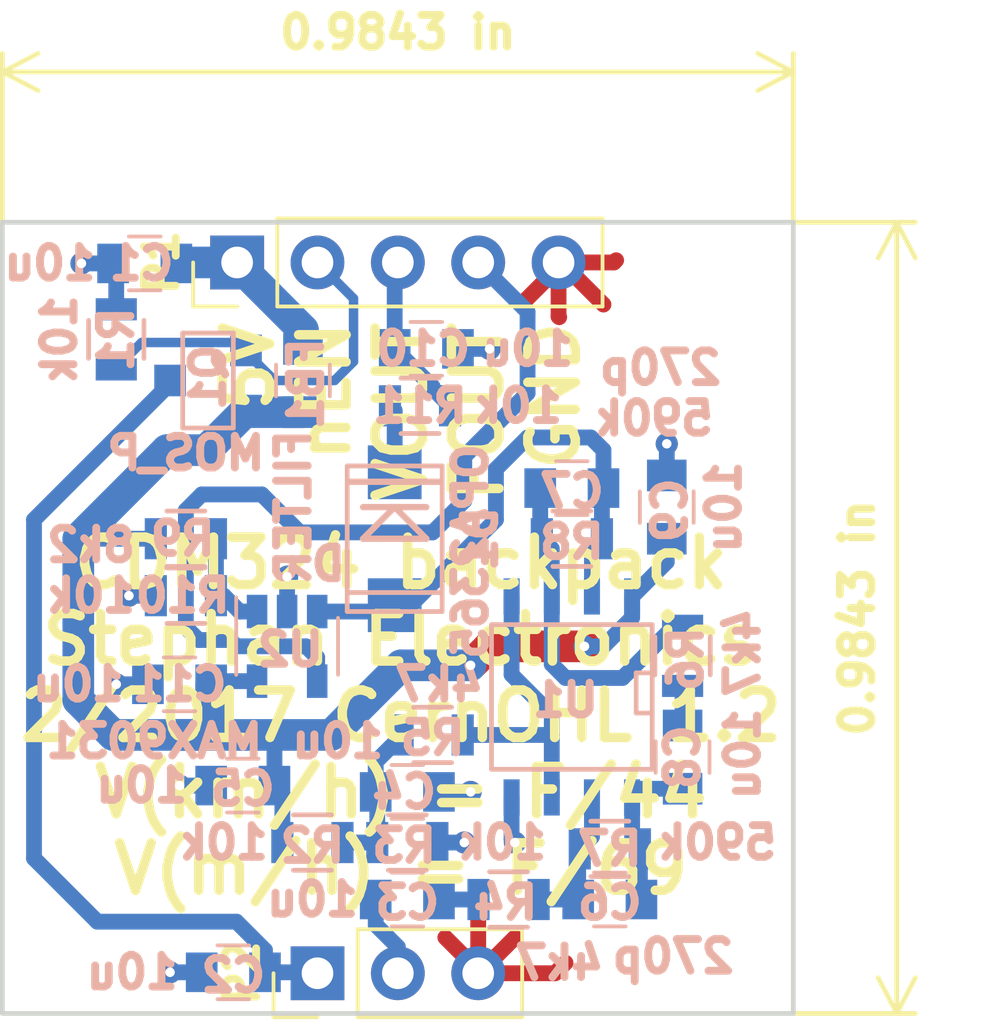
<source format=kicad_pcb>
(kicad_pcb (version 20171130) (host pcbnew "(5.1.5)-3")

  (general
    (thickness 1.6)
    (drawings 17)
    (tracks 178)
    (zones 0)
    (modules 29)
    (nets 19)
  )

  (page A4)
  (layers
    (0 F.Cu signal)
    (31 B.Cu signal)
    (32 B.Adhes user)
    (33 F.Adhes user)
    (34 B.Paste user)
    (35 F.Paste user)
    (36 B.SilkS user)
    (37 F.SilkS user)
    (38 B.Mask user)
    (39 F.Mask user)
    (40 Dwgs.User user)
    (41 Cmts.User user)
    (42 Eco1.User user hide)
    (43 Eco2.User user hide)
    (44 Edge.Cuts user)
    (45 Margin user)
    (46 B.CrtYd user hide)
    (47 F.CrtYd user hide)
    (48 B.Fab user hide)
    (49 F.Fab user hide)
  )

  (setup
    (last_trace_width 0.2)
    (user_trace_width 0.3)
    (user_trace_width 0.5)
    (user_trace_width 0.7)
    (user_trace_width 1)
    (trace_clearance 0.2)
    (zone_clearance 0.25)
    (zone_45_only no)
    (trace_min 0.2)
    (via_size 0.7)
    (via_drill 0.3)
    (via_min_size 0.7)
    (via_min_drill 0.3)
    (uvia_size 0.3)
    (uvia_drill 0.1)
    (uvias_allowed no)
    (uvia_min_size 0.2)
    (uvia_min_drill 0.1)
    (edge_width 0.15)
    (segment_width 0.2)
    (pcb_text_width 0.3)
    (pcb_text_size 1.5 1.5)
    (mod_edge_width 0.15)
    (mod_text_size 1 1)
    (mod_text_width 0.25)
    (pad_size 1.524 1.524)
    (pad_drill 0.762)
    (pad_to_mask_clearance 0.1)
    (solder_mask_min_width 0.2)
    (aux_axis_origin 0 0)
    (visible_elements 7FFDFFFF)
    (pcbplotparams
      (layerselection 0x010f0_80000001)
      (usegerberextensions true)
      (usegerberattributes false)
      (usegerberadvancedattributes false)
      (creategerberjobfile false)
      (excludeedgelayer true)
      (linewidth 0.100000)
      (plotframeref false)
      (viasonmask false)
      (mode 1)
      (useauxorigin false)
      (hpglpennumber 1)
      (hpglpenspeed 20)
      (hpglpendiameter 15.000000)
      (psnegative false)
      (psa4output false)
      (plotreference false)
      (plotvalue true)
      (plotinvisibletext false)
      (padsonsilk false)
      (subtractmaskfromsilk false)
      (outputformat 1)
      (mirror false)
      (drillshape 0)
      (scaleselection 1)
      (outputdirectory "gerbers"))
  )

  (net 0 "")
  (net 1 +5V)
  (net 2 GND)
  (net 3 "Net-(C3-Pad1)")
  (net 4 "Net-(C3-Pad2)")
  (net 5 "Net-(C4-Pad1)")
  (net 6 "Net-(C6-Pad1)")
  (net 7 "Net-(C6-Pad2)")
  (net 8 "Net-(C7-Pad1)")
  (net 9 "Net-(C7-Pad2)")
  (net 10 "Net-(C8-Pad1)")
  (net 11 "Net-(D1-Pad1)")
  (net 12 "Net-(R5-Pad2)")
  (net 13 "Net-(R10-Pad1)")
  (net 14 "Net-(C11-Pad1)")
  (net 15 "Net-(C2-Pad1)")
  (net 16 /VOUT)
  (net 17 /nEN)
  (net 18 /FOUT)

  (net_class Default "This is the default net class."
    (clearance 0.2)
    (trace_width 0.2)
    (via_dia 0.7)
    (via_drill 0.3)
    (uvia_dia 0.3)
    (uvia_drill 0.1)
    (add_net +5V)
    (add_net /FOUT)
    (add_net /VOUT)
    (add_net /nEN)
    (add_net GND)
    (add_net "Net-(C11-Pad1)")
    (add_net "Net-(C2-Pad1)")
    (add_net "Net-(C3-Pad1)")
    (add_net "Net-(C3-Pad2)")
    (add_net "Net-(C4-Pad1)")
    (add_net "Net-(C6-Pad1)")
    (add_net "Net-(C6-Pad2)")
    (add_net "Net-(C7-Pad1)")
    (add_net "Net-(C7-Pad2)")
    (add_net "Net-(C8-Pad1)")
    (add_net "Net-(D1-Pad1)")
    (add_net "Net-(R10-Pad1)")
    (add_net "Net-(R5-Pad2)")
  )

  (module Capacitors_SMD:C_0805 (layer B.Cu) (tedit 58C2FD65) (tstamp 58A9ECEB)
    (at 104.5 101.3 180)
    (descr "Capacitor SMD 0805, reflow soldering, AVX (see smccp.pdf)")
    (tags "capacitor 0805")
    (path /58A973CC)
    (attr smd)
    (fp_text reference C1 (at 0.1 0 180) (layer B.SilkS)
      (effects (font (size 1 1) (thickness 0.25)) (justify mirror))
    )
    (fp_text value 10u (at 3 0 180) (layer B.SilkS)
      (effects (font (size 1 1) (thickness 0.25)) (justify mirror))
    )
    (fp_line (start -1 -0.625) (end -1 0.625) (layer B.Fab) (width 0.1))
    (fp_line (start 1 -0.625) (end -1 -0.625) (layer B.Fab) (width 0.1))
    (fp_line (start 1 0.625) (end 1 -0.625) (layer B.Fab) (width 0.1))
    (fp_line (start -1 0.625) (end 1 0.625) (layer B.Fab) (width 0.1))
    (fp_line (start -1.8 1) (end 1.8 1) (layer B.CrtYd) (width 0.05))
    (fp_line (start -1.8 -1) (end 1.8 -1) (layer B.CrtYd) (width 0.05))
    (fp_line (start -1.8 1) (end -1.8 -1) (layer B.CrtYd) (width 0.05))
    (fp_line (start 1.8 1) (end 1.8 -1) (layer B.CrtYd) (width 0.05))
    (fp_line (start 0.5 0.85) (end -0.5 0.85) (layer B.SilkS) (width 0.12))
    (fp_line (start -0.5 -0.85) (end 0.5 -0.85) (layer B.SilkS) (width 0.12))
    (pad 1 smd rect (at -1 0 180) (size 1 1.25) (layers B.Cu B.Paste B.Mask)
      (net 1 +5V))
    (pad 2 smd rect (at 1 0 180) (size 1 1.25) (layers B.Cu B.Paste B.Mask)
      (net 2 GND))
    (model Capacitors_SMD.3dshapes/C_0805.wrl
      (at (xyz 0 0 0))
      (scale (xyz 1 1 1))
      (rotate (xyz 0 0 0))
    )
  )

  (module Capacitors_SMD:C_0805 (layer B.Cu) (tedit 58C1BCA1) (tstamp 58A9ECF1)
    (at 107.3 123.7 180)
    (descr "Capacitor SMD 0805, reflow soldering, AVX (see smccp.pdf)")
    (tags "capacitor 0805")
    (path /58A977FA)
    (attr smd)
    (fp_text reference C2 (at 0 -0.1 180) (layer B.SilkS)
      (effects (font (size 1 1) (thickness 0.25)) (justify mirror))
    )
    (fp_text value 10u (at 3.2 0 180) (layer B.SilkS)
      (effects (font (size 1 1) (thickness 0.25)) (justify mirror))
    )
    (fp_line (start -1 -0.625) (end -1 0.625) (layer B.Fab) (width 0.1))
    (fp_line (start 1 -0.625) (end -1 -0.625) (layer B.Fab) (width 0.1))
    (fp_line (start 1 0.625) (end 1 -0.625) (layer B.Fab) (width 0.1))
    (fp_line (start -1 0.625) (end 1 0.625) (layer B.Fab) (width 0.1))
    (fp_line (start -1.8 1) (end 1.8 1) (layer B.CrtYd) (width 0.05))
    (fp_line (start -1.8 -1) (end 1.8 -1) (layer B.CrtYd) (width 0.05))
    (fp_line (start -1.8 1) (end -1.8 -1) (layer B.CrtYd) (width 0.05))
    (fp_line (start 1.8 1) (end 1.8 -1) (layer B.CrtYd) (width 0.05))
    (fp_line (start 0.5 0.85) (end -0.5 0.85) (layer B.SilkS) (width 0.12))
    (fp_line (start -0.5 -0.85) (end 0.5 -0.85) (layer B.SilkS) (width 0.12))
    (pad 1 smd rect (at -1 0 180) (size 1 1.25) (layers B.Cu B.Paste B.Mask)
      (net 15 "Net-(C2-Pad1)"))
    (pad 2 smd rect (at 1 0 180) (size 1 1.25) (layers B.Cu B.Paste B.Mask)
      (net 2 GND))
    (model Capacitors_SMD.3dshapes/C_0805.wrl
      (at (xyz 0 0 0))
      (scale (xyz 1 1 1))
      (rotate (xyz 0 0 0))
    )
  )

  (module Capacitors_SMD:C_0805 (layer B.Cu) (tedit 58C1BC9B) (tstamp 58A9ECF7)
    (at 112.8 121.4)
    (descr "Capacitor SMD 0805, reflow soldering, AVX (see smccp.pdf)")
    (tags "capacitor 0805")
    (path /58A969C4)
    (attr smd)
    (fp_text reference C3 (at 0 0.1) (layer B.SilkS)
      (effects (font (size 1 1) (thickness 0.25)) (justify mirror))
    )
    (fp_text value 10u (at -3 0) (layer B.SilkS)
      (effects (font (size 1 1) (thickness 0.25)) (justify mirror))
    )
    (fp_line (start -1 -0.625) (end -1 0.625) (layer B.Fab) (width 0.1))
    (fp_line (start 1 -0.625) (end -1 -0.625) (layer B.Fab) (width 0.1))
    (fp_line (start 1 0.625) (end 1 -0.625) (layer B.Fab) (width 0.1))
    (fp_line (start -1 0.625) (end 1 0.625) (layer B.Fab) (width 0.1))
    (fp_line (start -1.8 1) (end 1.8 1) (layer B.CrtYd) (width 0.05))
    (fp_line (start -1.8 -1) (end 1.8 -1) (layer B.CrtYd) (width 0.05))
    (fp_line (start -1.8 1) (end -1.8 -1) (layer B.CrtYd) (width 0.05))
    (fp_line (start 1.8 1) (end 1.8 -1) (layer B.CrtYd) (width 0.05))
    (fp_line (start 0.5 0.85) (end -0.5 0.85) (layer B.SilkS) (width 0.12))
    (fp_line (start -0.5 -0.85) (end 0.5 -0.85) (layer B.SilkS) (width 0.12))
    (pad 1 smd rect (at -1 0) (size 1 1.25) (layers B.Cu B.Paste B.Mask)
      (net 3 "Net-(C3-Pad1)"))
    (pad 2 smd rect (at 1 0) (size 1 1.25) (layers B.Cu B.Paste B.Mask)
      (net 4 "Net-(C3-Pad2)"))
    (model Capacitors_SMD.3dshapes/C_0805.wrl
      (at (xyz 0 0 0))
      (scale (xyz 1 1 1))
      (rotate (xyz 0 0 0))
    )
  )

  (module Capacitors_SMD:C_0805 (layer B.Cu) (tedit 58C1BC94) (tstamp 58A9ECFD)
    (at 112.8 118)
    (descr "Capacitor SMD 0805, reflow soldering, AVX (see smccp.pdf)")
    (tags "capacitor 0805")
    (path /58A971B9)
    (attr smd)
    (fp_text reference C4 (at -0.1 0) (layer B.SilkS)
      (effects (font (size 1 1) (thickness 0.25)) (justify mirror))
    )
    (fp_text value 10u (at -2.2 -1.6) (layer B.SilkS)
      (effects (font (size 1 1) (thickness 0.25)) (justify mirror))
    )
    (fp_line (start -1 -0.625) (end -1 0.625) (layer B.Fab) (width 0.1))
    (fp_line (start 1 -0.625) (end -1 -0.625) (layer B.Fab) (width 0.1))
    (fp_line (start 1 0.625) (end 1 -0.625) (layer B.Fab) (width 0.1))
    (fp_line (start -1 0.625) (end 1 0.625) (layer B.Fab) (width 0.1))
    (fp_line (start -1.8 1) (end 1.8 1) (layer B.CrtYd) (width 0.05))
    (fp_line (start -1.8 -1) (end 1.8 -1) (layer B.CrtYd) (width 0.05))
    (fp_line (start -1.8 1) (end -1.8 -1) (layer B.CrtYd) (width 0.05))
    (fp_line (start 1.8 1) (end 1.8 -1) (layer B.CrtYd) (width 0.05))
    (fp_line (start 0.5 0.85) (end -0.5 0.85) (layer B.SilkS) (width 0.12))
    (fp_line (start -0.5 -0.85) (end 0.5 -0.85) (layer B.SilkS) (width 0.12))
    (pad 1 smd rect (at -1 0) (size 1 1.25) (layers B.Cu B.Paste B.Mask)
      (net 5 "Net-(C4-Pad1)"))
    (pad 2 smd rect (at 1 0) (size 1 1.25) (layers B.Cu B.Paste B.Mask)
      (net 2 GND))
    (model Capacitors_SMD.3dshapes/C_0805.wrl
      (at (xyz 0 0 0))
      (scale (xyz 1 1 1))
      (rotate (xyz 0 0 0))
    )
  )

  (module Capacitors_SMD:C_0805 (layer B.Cu) (tedit 58C1BCA4) (tstamp 58A9ED03)
    (at 107.6 117.8 180)
    (descr "Capacitor SMD 0805, reflow soldering, AVX (see smccp.pdf)")
    (tags "capacitor 0805")
    (path /58A9A1BB)
    (attr smd)
    (fp_text reference C5 (at 0 -0.1 180) (layer B.SilkS)
      (effects (font (size 1 1) (thickness 0.25)) (justify mirror))
    )
    (fp_text value 10u (at 3.2 0 180) (layer B.SilkS)
      (effects (font (size 1 1) (thickness 0.25)) (justify mirror))
    )
    (fp_line (start -1 -0.625) (end -1 0.625) (layer B.Fab) (width 0.1))
    (fp_line (start 1 -0.625) (end -1 -0.625) (layer B.Fab) (width 0.1))
    (fp_line (start 1 0.625) (end 1 -0.625) (layer B.Fab) (width 0.1))
    (fp_line (start -1 0.625) (end 1 0.625) (layer B.Fab) (width 0.1))
    (fp_line (start -1.8 1) (end 1.8 1) (layer B.CrtYd) (width 0.05))
    (fp_line (start -1.8 -1) (end 1.8 -1) (layer B.CrtYd) (width 0.05))
    (fp_line (start -1.8 1) (end -1.8 -1) (layer B.CrtYd) (width 0.05))
    (fp_line (start 1.8 1) (end 1.8 -1) (layer B.CrtYd) (width 0.05))
    (fp_line (start 0.5 0.85) (end -0.5 0.85) (layer B.SilkS) (width 0.12))
    (fp_line (start -0.5 -0.85) (end 0.5 -0.85) (layer B.SilkS) (width 0.12))
    (pad 1 smd rect (at -1 0 180) (size 1 1.25) (layers B.Cu B.Paste B.Mask)
      (net 14 "Net-(C11-Pad1)"))
    (pad 2 smd rect (at 1 0 180) (size 1 1.25) (layers B.Cu B.Paste B.Mask)
      (net 2 GND))
    (model Capacitors_SMD.3dshapes/C_0805.wrl
      (at (xyz 0 0 0))
      (scale (xyz 1 1 1))
      (rotate (xyz 0 0 0))
    )
  )

  (module Capacitors_SMD:C_0805 (layer B.Cu) (tedit 58C1BC88) (tstamp 58A9ED09)
    (at 119.2 121.4)
    (descr "Capacitor SMD 0805, reflow soldering, AVX (see smccp.pdf)")
    (tags "capacitor 0805")
    (path /58A96CA5)
    (attr smd)
    (fp_text reference C6 (at 0 0.1) (layer B.SilkS)
      (effects (font (size 1 1) (thickness 0.25)) (justify mirror))
    )
    (fp_text value 270p (at 2 1.8) (layer B.SilkS)
      (effects (font (size 1 1) (thickness 0.25)) (justify mirror))
    )
    (fp_line (start -1 -0.625) (end -1 0.625) (layer B.Fab) (width 0.1))
    (fp_line (start 1 -0.625) (end -1 -0.625) (layer B.Fab) (width 0.1))
    (fp_line (start 1 0.625) (end 1 -0.625) (layer B.Fab) (width 0.1))
    (fp_line (start -1 0.625) (end 1 0.625) (layer B.Fab) (width 0.1))
    (fp_line (start -1.8 1) (end 1.8 1) (layer B.CrtYd) (width 0.05))
    (fp_line (start -1.8 -1) (end 1.8 -1) (layer B.CrtYd) (width 0.05))
    (fp_line (start -1.8 1) (end -1.8 -1) (layer B.CrtYd) (width 0.05))
    (fp_line (start 1.8 1) (end 1.8 -1) (layer B.CrtYd) (width 0.05))
    (fp_line (start 0.5 0.85) (end -0.5 0.85) (layer B.SilkS) (width 0.12))
    (fp_line (start -0.5 -0.85) (end 0.5 -0.85) (layer B.SilkS) (width 0.12))
    (pad 1 smd rect (at -1 0) (size 1 1.25) (layers B.Cu B.Paste B.Mask)
      (net 6 "Net-(C6-Pad1)"))
    (pad 2 smd rect (at 1 0) (size 1 1.25) (layers B.Cu B.Paste B.Mask)
      (net 7 "Net-(C6-Pad2)"))
    (model Capacitors_SMD.3dshapes/C_0805.wrl
      (at (xyz 0 0 0))
      (scale (xyz 1 1 1))
      (rotate (xyz 0 0 0))
    )
  )

  (module Capacitors_SMD:C_0805 (layer B.Cu) (tedit 58C1BC72) (tstamp 58A9ED0F)
    (at 118 108.4)
    (descr "Capacitor SMD 0805, reflow soldering, AVX (see smccp.pdf)")
    (tags "capacitor 0805")
    (path /58A99245)
    (attr smd)
    (fp_text reference C7 (at 0 0.1) (layer B.SilkS)
      (effects (font (size 1 1) (thickness 0.25)) (justify mirror))
    )
    (fp_text value 270p (at 2.8 -3.8) (layer B.SilkS)
      (effects (font (size 1 1) (thickness 0.25)) (justify mirror))
    )
    (fp_line (start -1 -0.625) (end -1 0.625) (layer B.Fab) (width 0.1))
    (fp_line (start 1 -0.625) (end -1 -0.625) (layer B.Fab) (width 0.1))
    (fp_line (start 1 0.625) (end 1 -0.625) (layer B.Fab) (width 0.1))
    (fp_line (start -1 0.625) (end 1 0.625) (layer B.Fab) (width 0.1))
    (fp_line (start -1.8 1) (end 1.8 1) (layer B.CrtYd) (width 0.05))
    (fp_line (start -1.8 -1) (end 1.8 -1) (layer B.CrtYd) (width 0.05))
    (fp_line (start -1.8 1) (end -1.8 -1) (layer B.CrtYd) (width 0.05))
    (fp_line (start 1.8 1) (end 1.8 -1) (layer B.CrtYd) (width 0.05))
    (fp_line (start 0.5 0.85) (end -0.5 0.85) (layer B.SilkS) (width 0.12))
    (fp_line (start -0.5 -0.85) (end 0.5 -0.85) (layer B.SilkS) (width 0.12))
    (pad 1 smd rect (at -1 0) (size 1 1.25) (layers B.Cu B.Paste B.Mask)
      (net 8 "Net-(C7-Pad1)"))
    (pad 2 smd rect (at 1 0) (size 1 1.25) (layers B.Cu B.Paste B.Mask)
      (net 9 "Net-(C7-Pad2)"))
    (model Capacitors_SMD.3dshapes/C_0805.wrl
      (at (xyz 0 0 0))
      (scale (xyz 1 1 1))
      (rotate (xyz 0 0 0))
    )
  )

  (module Capacitors_SMD:C_0805 (layer B.Cu) (tedit 58C2FD9A) (tstamp 58A9ED15)
    (at 121.5 116.9 270)
    (descr "Capacitor SMD 0805, reflow soldering, AVX (see smccp.pdf)")
    (tags "capacitor 0805")
    (path /58A98CBE)
    (attr smd)
    (fp_text reference C8 (at 0 0 270) (layer B.SilkS)
      (effects (font (size 1 1) (thickness 0.25)) (justify mirror))
    )
    (fp_text value 10u (at -0.1 -1.9 270) (layer B.SilkS)
      (effects (font (size 1 1) (thickness 0.25)) (justify mirror))
    )
    (fp_line (start -1 -0.625) (end -1 0.625) (layer B.Fab) (width 0.1))
    (fp_line (start 1 -0.625) (end -1 -0.625) (layer B.Fab) (width 0.1))
    (fp_line (start 1 0.625) (end 1 -0.625) (layer B.Fab) (width 0.1))
    (fp_line (start -1 0.625) (end 1 0.625) (layer B.Fab) (width 0.1))
    (fp_line (start -1.8 1) (end 1.8 1) (layer B.CrtYd) (width 0.05))
    (fp_line (start -1.8 -1) (end 1.8 -1) (layer B.CrtYd) (width 0.05))
    (fp_line (start -1.8 1) (end -1.8 -1) (layer B.CrtYd) (width 0.05))
    (fp_line (start 1.8 1) (end 1.8 -1) (layer B.CrtYd) (width 0.05))
    (fp_line (start 0.5 0.85) (end -0.5 0.85) (layer B.SilkS) (width 0.12))
    (fp_line (start -0.5 -0.85) (end 0.5 -0.85) (layer B.SilkS) (width 0.12))
    (pad 1 smd rect (at -1 0 270) (size 1 1.25) (layers B.Cu B.Paste B.Mask)
      (net 10 "Net-(C8-Pad1)"))
    (pad 2 smd rect (at 1 0 270) (size 1 1.25) (layers B.Cu B.Paste B.Mask)
      (net 7 "Net-(C6-Pad2)"))
    (model Capacitors_SMD.3dshapes/C_0805.wrl
      (at (xyz 0 0 0))
      (scale (xyz 1 1 1))
      (rotate (xyz 0 0 0))
    )
  )

  (module Capacitors_SMD:C_0805 (layer B.Cu) (tedit 58C1BC75) (tstamp 58A9ED1B)
    (at 121 109 90)
    (descr "Capacitor SMD 0805, reflow soldering, AVX (see smccp.pdf)")
    (tags "capacitor 0805")
    (path /58A9A56B)
    (attr smd)
    (fp_text reference C9 (at -0.1 0.1 90) (layer B.SilkS)
      (effects (font (size 1 1) (thickness 0.25)) (justify mirror))
    )
    (fp_text value 10u (at 0 1.8 90) (layer B.SilkS)
      (effects (font (size 1 1) (thickness 0.25)) (justify mirror))
    )
    (fp_line (start -1 -0.625) (end -1 0.625) (layer B.Fab) (width 0.1))
    (fp_line (start 1 -0.625) (end -1 -0.625) (layer B.Fab) (width 0.1))
    (fp_line (start 1 0.625) (end 1 -0.625) (layer B.Fab) (width 0.1))
    (fp_line (start -1 0.625) (end 1 0.625) (layer B.Fab) (width 0.1))
    (fp_line (start -1.8 1) (end 1.8 1) (layer B.CrtYd) (width 0.05))
    (fp_line (start -1.8 -1) (end 1.8 -1) (layer B.CrtYd) (width 0.05))
    (fp_line (start -1.8 1) (end -1.8 -1) (layer B.CrtYd) (width 0.05))
    (fp_line (start 1.8 1) (end 1.8 -1) (layer B.CrtYd) (width 0.05))
    (fp_line (start 0.5 0.85) (end -0.5 0.85) (layer B.SilkS) (width 0.12))
    (fp_line (start -0.5 -0.85) (end 0.5 -0.85) (layer B.SilkS) (width 0.12))
    (pad 1 smd rect (at -1 0 90) (size 1 1.25) (layers B.Cu B.Paste B.Mask)
      (net 14 "Net-(C11-Pad1)"))
    (pad 2 smd rect (at 1 0 90) (size 1 1.25) (layers B.Cu B.Paste B.Mask)
      (net 2 GND))
    (model Capacitors_SMD.3dshapes/C_0805.wrl
      (at (xyz 0 0 0))
      (scale (xyz 1 1 1))
      (rotate (xyz 0 0 0))
    )
  )

  (module Capacitors_SMD:C_0805 (layer B.Cu) (tedit 58C1BC4B) (tstamp 58A9ED21)
    (at 113.4 104)
    (descr "Capacitor SMD 0805, reflow soldering, AVX (see smccp.pdf)")
    (tags "capacitor 0805")
    (path /58A9C1C9)
    (attr smd)
    (fp_text reference C10 (at -0.1 0) (layer B.SilkS)
      (effects (font (size 1 1) (thickness 0.25)) (justify mirror))
    )
    (fp_text value 10u (at 3.2 0) (layer B.SilkS)
      (effects (font (size 1 1) (thickness 0.25)) (justify mirror))
    )
    (fp_line (start -1 -0.625) (end -1 0.625) (layer B.Fab) (width 0.1))
    (fp_line (start 1 -0.625) (end -1 -0.625) (layer B.Fab) (width 0.1))
    (fp_line (start 1 0.625) (end 1 -0.625) (layer B.Fab) (width 0.1))
    (fp_line (start -1 0.625) (end 1 0.625) (layer B.Fab) (width 0.1))
    (fp_line (start -1.8 1) (end 1.8 1) (layer B.CrtYd) (width 0.05))
    (fp_line (start -1.8 -1) (end 1.8 -1) (layer B.CrtYd) (width 0.05))
    (fp_line (start -1.8 1) (end -1.8 -1) (layer B.CrtYd) (width 0.05))
    (fp_line (start 1.8 1) (end 1.8 -1) (layer B.CrtYd) (width 0.05))
    (fp_line (start 0.5 0.85) (end -0.5 0.85) (layer B.SilkS) (width 0.12))
    (fp_line (start -0.5 -0.85) (end 0.5 -0.85) (layer B.SilkS) (width 0.12))
    (pad 1 smd rect (at -1 0) (size 1 1.25) (layers B.Cu B.Paste B.Mask)
      (net 16 /VOUT))
    (pad 2 smd rect (at 1 0) (size 1 1.25) (layers B.Cu B.Paste B.Mask)
      (net 2 GND))
    (model Capacitors_SMD.3dshapes/C_0805.wrl
      (at (xyz 0 0 0))
      (scale (xyz 1 1 1))
      (rotate (xyz 0 0 0))
    )
  )

  (module Capacitors_SMD:C_0805 (layer B.Cu) (tedit 58C1BC62) (tstamp 58A9ED27)
    (at 105.6 114.6 180)
    (descr "Capacitor SMD 0805, reflow soldering, AVX (see smccp.pdf)")
    (tags "capacitor 0805")
    (path /58A9BB0B)
    (attr smd)
    (fp_text reference C11 (at 0 0 180) (layer B.SilkS)
      (effects (font (size 1 1) (thickness 0.25)) (justify mirror))
    )
    (fp_text value 10u (at 3.2 0 180) (layer B.SilkS)
      (effects (font (size 1 1) (thickness 0.25)) (justify mirror))
    )
    (fp_line (start -1 -0.625) (end -1 0.625) (layer B.Fab) (width 0.1))
    (fp_line (start 1 -0.625) (end -1 -0.625) (layer B.Fab) (width 0.1))
    (fp_line (start 1 0.625) (end 1 -0.625) (layer B.Fab) (width 0.1))
    (fp_line (start -1 0.625) (end 1 0.625) (layer B.Fab) (width 0.1))
    (fp_line (start -1.8 1) (end 1.8 1) (layer B.CrtYd) (width 0.05))
    (fp_line (start -1.8 -1) (end 1.8 -1) (layer B.CrtYd) (width 0.05))
    (fp_line (start -1.8 1) (end -1.8 -1) (layer B.CrtYd) (width 0.05))
    (fp_line (start 1.8 1) (end 1.8 -1) (layer B.CrtYd) (width 0.05))
    (fp_line (start 0.5 0.85) (end -0.5 0.85) (layer B.SilkS) (width 0.12))
    (fp_line (start -0.5 -0.85) (end 0.5 -0.85) (layer B.SilkS) (width 0.12))
    (pad 1 smd rect (at -1 0 180) (size 1 1.25) (layers B.Cu B.Paste B.Mask)
      (net 14 "Net-(C11-Pad1)"))
    (pad 2 smd rect (at 1 0 180) (size 1 1.25) (layers B.Cu B.Paste B.Mask)
      (net 2 GND))
    (model Capacitors_SMD.3dshapes/C_0805.wrl
      (at (xyz 0 0 0))
      (scale (xyz 1 1 1))
      (rotate (xyz 0 0 0))
    )
  )

  (module limpkins_lib:DIODE_SMA (layer B.Cu) (tedit 58C2FD82) (tstamp 58A9ED2D)
    (at 112.4 110 270)
    (path /58A9BE67)
    (fp_text reference D1 (at 0 -2.7 270) (layer B.SilkS)
      (effects (font (size 1 1) (thickness 0.25)) (justify mirror))
    )
    (fp_text value D (at 0.8 2.1) (layer B.SilkS)
      (effects (font (size 1 1) (thickness 0.25)) (justify mirror))
    )
    (fp_line (start 1.7 1.5) (end 1.7 -1.5) (layer B.SilkS) (width 0.15))
    (fp_line (start -2.3 1.5) (end 2.3 1.5) (layer B.SilkS) (width 0.15))
    (fp_line (start 2.3 1.5) (end 2.3 -1.5) (layer B.SilkS) (width 0.15))
    (fp_line (start 2.3 -1.5) (end -2.3 -1.5) (layer B.SilkS) (width 0.15))
    (fp_line (start -2.3 -1.5) (end -2.3 1.5) (layer B.SilkS) (width 0.15))
    (pad 1 smd rect (at -2.1 0 270) (size 1.7 1.7) (layers B.Cu B.Paste B.Mask)
      (net 11 "Net-(D1-Pad1)"))
    (pad 2 smd rect (at 2.1 0 270) (size 1.7 1.7) (layers B.Cu B.Paste B.Mask)
      (net 9 "Net-(C7-Pad2)"))
  )

  (module Capacitors_SMD:C_0805 (layer B.Cu) (tedit 58C2FD7F) (tstamp 58A9ED33)
    (at 109.5 105 270)
    (descr "Capacitor SMD 0805, reflow soldering, AVX (see smccp.pdf)")
    (tags "capacitor 0805")
    (path /58A96286)
    (attr smd)
    (fp_text reference FB1 (at 0.1 -0.1 270) (layer B.SilkS)
      (effects (font (size 1 1) (thickness 0.25)) (justify mirror))
    )
    (fp_text value FILTER (at 4 0.3 270) (layer B.SilkS)
      (effects (font (size 1 1) (thickness 0.25)) (justify mirror))
    )
    (fp_line (start -1 -0.625) (end -1 0.625) (layer B.Fab) (width 0.1))
    (fp_line (start 1 -0.625) (end -1 -0.625) (layer B.Fab) (width 0.1))
    (fp_line (start 1 0.625) (end 1 -0.625) (layer B.Fab) (width 0.1))
    (fp_line (start -1 0.625) (end 1 0.625) (layer B.Fab) (width 0.1))
    (fp_line (start -1.8 1) (end 1.8 1) (layer B.CrtYd) (width 0.05))
    (fp_line (start -1.8 -1) (end 1.8 -1) (layer B.CrtYd) (width 0.05))
    (fp_line (start -1.8 1) (end -1.8 -1) (layer B.CrtYd) (width 0.05))
    (fp_line (start 1.8 1) (end 1.8 -1) (layer B.CrtYd) (width 0.05))
    (fp_line (start 0.5 0.85) (end -0.5 0.85) (layer B.SilkS) (width 0.12))
    (fp_line (start -0.5 -0.85) (end 0.5 -0.85) (layer B.SilkS) (width 0.12))
    (pad 1 smd rect (at -1 0 270) (size 1 1.25) (layers B.Cu B.Paste B.Mask)
      (net 1 +5V))
    (pad 2 smd rect (at 1 0 270) (size 1 1.25) (layers B.Cu B.Paste B.Mask)
      (net 14 "Net-(C11-Pad1)"))
    (model Capacitors_SMD.3dshapes/C_0805.wrl
      (at (xyz 0 0 0))
      (scale (xyz 1 1 1))
      (rotate (xyz 0 0 0))
    )
  )

  (module Pin_Headers:Pin_Header_Straight_1x05_Pitch2.54mm locked (layer F.Cu) (tedit 58AA05A8) (tstamp 58A9ED3C)
    (at 107.42 101.27 90)
    (descr "Through hole straight pin header, 1x05, 2.54mm pitch, single row")
    (tags "Through hole pin header THT 1x05 2.54mm single row")
    (path /58AA16BE)
    (fp_text reference P1 (at 0 -2.39 90) (layer F.SilkS)
      (effects (font (size 1 1) (thickness 0.25)))
    )
    (fp_text value CONN_01X05 (at -0.13 23.78 90) (layer Dwgs.User) hide
      (effects (font (size 1 1) (thickness 0.25)))
    )
    (fp_line (start -1.27 -1.27) (end -1.27 11.43) (layer F.Fab) (width 0.1))
    (fp_line (start -1.27 11.43) (end 1.27 11.43) (layer F.Fab) (width 0.1))
    (fp_line (start 1.27 11.43) (end 1.27 -1.27) (layer F.Fab) (width 0.1))
    (fp_line (start 1.27 -1.27) (end -1.27 -1.27) (layer F.Fab) (width 0.1))
    (fp_line (start -1.39 1.27) (end -1.39 11.55) (layer F.SilkS) (width 0.12))
    (fp_line (start -1.39 11.55) (end 1.39 11.55) (layer F.SilkS) (width 0.12))
    (fp_line (start 1.39 11.55) (end 1.39 1.27) (layer F.SilkS) (width 0.12))
    (fp_line (start 1.39 1.27) (end -1.39 1.27) (layer F.SilkS) (width 0.12))
    (fp_line (start -1.39 0) (end -1.39 -1.39) (layer F.SilkS) (width 0.12))
    (fp_line (start -1.39 -1.39) (end 0 -1.39) (layer F.SilkS) (width 0.12))
    (fp_line (start -1.6 -1.6) (end -1.6 11.7) (layer F.CrtYd) (width 0.05))
    (fp_line (start -1.6 11.7) (end 1.6 11.7) (layer F.CrtYd) (width 0.05))
    (fp_line (start 1.6 11.7) (end 1.6 -1.6) (layer F.CrtYd) (width 0.05))
    (fp_line (start 1.6 -1.6) (end -1.6 -1.6) (layer F.CrtYd) (width 0.05))
    (pad 1 thru_hole rect (at 0 0 90) (size 1.7 1.7) (drill 1) (layers *.Cu *.Mask)
      (net 1 +5V))
    (pad 2 thru_hole oval (at 0 2.54 90) (size 1.7 1.7) (drill 1) (layers *.Cu *.Mask)
      (net 17 /nEN))
    (pad 3 thru_hole oval (at 0 5.08 90) (size 1.7 1.7) (drill 1) (layers *.Cu *.Mask)
      (net 16 /VOUT))
    (pad 4 thru_hole oval (at 0 7.62 90) (size 1.7 1.7) (drill 1) (layers *.Cu *.Mask)
      (net 18 /FOUT))
    (pad 5 thru_hole oval (at 0 10.16 90) (size 1.7 1.7) (drill 1) (layers *.Cu *.Mask)
      (net 2 GND))
    (model Pin_Headers.3dshapes/Pin_Header_Straight_1x05_Pitch2.54mm.wrl
      (offset (xyz 0 -5.079999923706055 0))
      (scale (xyz 1 1 1))
      (rotate (xyz 0 0 90))
    )
  )

  (module Pin_Headers:Pin_Header_Straight_1x03_Pitch2.54mm locked (layer F.Cu) (tedit 58AA05A3) (tstamp 58A9ED43)
    (at 109.96 123.73 90)
    (descr "Through hole straight pin header, 1x03, 2.54mm pitch, single row")
    (tags "Through hole pin header THT 1x03 2.54mm single row")
    (path /58A96710)
    (fp_text reference P2 (at 0 -2.39 90) (layer F.SilkS)
      (effects (font (size 1 1) (thickness 0.25)))
    )
    (fp_text value CONN_01X03 (at 4.73 26.24 90) (layer Dwgs.User) hide
      (effects (font (size 1 1) (thickness 0.25)))
    )
    (fp_line (start -1.27 -1.27) (end -1.27 6.35) (layer F.Fab) (width 0.1))
    (fp_line (start -1.27 6.35) (end 1.27 6.35) (layer F.Fab) (width 0.1))
    (fp_line (start 1.27 6.35) (end 1.27 -1.27) (layer F.Fab) (width 0.1))
    (fp_line (start 1.27 -1.27) (end -1.27 -1.27) (layer F.Fab) (width 0.1))
    (fp_line (start -1.39 1.27) (end -1.39 6.47) (layer F.SilkS) (width 0.12))
    (fp_line (start -1.39 6.47) (end 1.39 6.47) (layer F.SilkS) (width 0.12))
    (fp_line (start 1.39 6.47) (end 1.39 1.27) (layer F.SilkS) (width 0.12))
    (fp_line (start 1.39 1.27) (end -1.39 1.27) (layer F.SilkS) (width 0.12))
    (fp_line (start -1.39 0) (end -1.39 -1.39) (layer F.SilkS) (width 0.12))
    (fp_line (start -1.39 -1.39) (end 0 -1.39) (layer F.SilkS) (width 0.12))
    (fp_line (start -1.6 -1.6) (end -1.6 6.6) (layer F.CrtYd) (width 0.05))
    (fp_line (start -1.6 6.6) (end 1.6 6.6) (layer F.CrtYd) (width 0.05))
    (fp_line (start 1.6 6.6) (end 1.6 -1.6) (layer F.CrtYd) (width 0.05))
    (fp_line (start 1.6 -1.6) (end -1.6 -1.6) (layer F.CrtYd) (width 0.05))
    (pad 1 thru_hole rect (at 0 0 90) (size 1.7 1.7) (drill 1) (layers *.Cu *.Mask)
      (net 15 "Net-(C2-Pad1)"))
    (pad 2 thru_hole oval (at 0 2.54 90) (size 1.7 1.7) (drill 1) (layers *.Cu *.Mask)
      (net 3 "Net-(C3-Pad1)"))
    (pad 3 thru_hole oval (at 0 5.08 90) (size 1.7 1.7) (drill 1) (layers *.Cu *.Mask)
      (net 2 GND))
    (model Pin_Headers.3dshapes/Pin_Header_Straight_1x03_Pitch2.54mm.wrl
      (offset (xyz 0 -2.539999961853027 0))
      (scale (xyz 1 1 1))
      (rotate (xyz 0 0 90))
    )
  )

  (module _kicad4_lib:SOT23-3 (layer B.Cu) (tedit 58C2FD62) (tstamp 58A9ED4A)
    (at 106.5 105 270)
    (path /58AAD4EE)
    (fp_text reference Q1 (at -0.1 0 270) (layer B.SilkS)
      (effects (font (size 1 1) (thickness 0.25)) (justify mirror))
    )
    (fp_text value MOS_P (at 2.3 0.7) (layer B.SilkS)
      (effects (font (size 1 1) (thickness 0.25)) (justify mirror))
    )
    (fp_line (start -1.5 0.8) (end 1.5 0.8) (layer B.SilkS) (width 0.15))
    (fp_line (start 1.5 0.8) (end 1.5 -0.8) (layer B.SilkS) (width 0.15))
    (fp_line (start 1.5 -0.8) (end -1.5 -0.8) (layer B.SilkS) (width 0.15))
    (fp_line (start -1.5 -0.8) (end -1.5 0.8) (layer B.SilkS) (width 0.15))
    (pad 1 smd rect (at -0.95 -1.2 270) (size 1 1) (layers B.Cu B.Paste B.Mask)
      (net 17 /nEN))
    (pad 2 smd rect (at 0.95 -1.2 270) (size 1 1) (layers B.Cu B.Paste B.Mask)
      (net 14 "Net-(C11-Pad1)"))
    (pad 3 smd rect (at 0 1.2 270) (size 1 1) (layers B.Cu B.Paste B.Mask)
      (net 15 "Net-(C2-Pad1)"))
  )

  (module Resistors_SMD:R_0805 (layer B.Cu) (tedit 58C2FD42) (tstamp 58A9ED50)
    (at 103.6 103.7 90)
    (descr "Resistor SMD 0805, reflow soldering, Vishay (see dcrcw.pdf)")
    (tags "resistor 0805")
    (path /58AA051C)
    (attr smd)
    (fp_text reference R1 (at 0 0 90) (layer B.SilkS)
      (effects (font (size 1 1) (thickness 0.25)) (justify mirror))
    )
    (fp_text value 10k (at 0 -1.8 90) (layer B.SilkS)
      (effects (font (size 1 1) (thickness 0.25)) (justify mirror))
    )
    (fp_line (start -1 -0.625) (end -1 0.625) (layer B.Fab) (width 0.1))
    (fp_line (start 1 -0.625) (end -1 -0.625) (layer B.Fab) (width 0.1))
    (fp_line (start 1 0.625) (end 1 -0.625) (layer B.Fab) (width 0.1))
    (fp_line (start -1 0.625) (end 1 0.625) (layer B.Fab) (width 0.1))
    (fp_line (start -1.6 1) (end 1.6 1) (layer B.CrtYd) (width 0.05))
    (fp_line (start -1.6 -1) (end 1.6 -1) (layer B.CrtYd) (width 0.05))
    (fp_line (start -1.6 1) (end -1.6 -1) (layer B.CrtYd) (width 0.05))
    (fp_line (start 1.6 1) (end 1.6 -1) (layer B.CrtYd) (width 0.05))
    (fp_line (start 0.6 -0.875) (end -0.6 -0.875) (layer B.SilkS) (width 0.15))
    (fp_line (start -0.6 0.875) (end 0.6 0.875) (layer B.SilkS) (width 0.15))
    (pad 1 smd rect (at -0.95 0 90) (size 0.7 1.3) (layers B.Cu B.Paste B.Mask)
      (net 17 /nEN))
    (pad 2 smd rect (at 0.95 0 90) (size 0.7 1.3) (layers B.Cu B.Paste B.Mask)
      (net 2 GND))
    (model Resistors_SMD.3dshapes/R_0805.wrl
      (at (xyz 0 0 0))
      (scale (xyz 1 1 1))
      (rotate (xyz 0 0 0))
    )
  )

  (module Resistors_SMD:R_0805 (layer B.Cu) (tedit 58C1BC9E) (tstamp 58A9ED56)
    (at 109.8 119.6)
    (descr "Resistor SMD 0805, reflow soldering, Vishay (see dcrcw.pdf)")
    (tags "resistor 0805")
    (path /58A961BF)
    (attr smd)
    (fp_text reference R2 (at 0 0.1) (layer B.SilkS)
      (effects (font (size 1 1) (thickness 0.25)) (justify mirror))
    )
    (fp_text value 10k (at -2.8 0) (layer B.SilkS)
      (effects (font (size 1 1) (thickness 0.25)) (justify mirror))
    )
    (fp_line (start -1 -0.625) (end -1 0.625) (layer B.Fab) (width 0.1))
    (fp_line (start 1 -0.625) (end -1 -0.625) (layer B.Fab) (width 0.1))
    (fp_line (start 1 0.625) (end 1 -0.625) (layer B.Fab) (width 0.1))
    (fp_line (start -1 0.625) (end 1 0.625) (layer B.Fab) (width 0.1))
    (fp_line (start -1.6 1) (end 1.6 1) (layer B.CrtYd) (width 0.05))
    (fp_line (start -1.6 -1) (end 1.6 -1) (layer B.CrtYd) (width 0.05))
    (fp_line (start -1.6 1) (end -1.6 -1) (layer B.CrtYd) (width 0.05))
    (fp_line (start 1.6 1) (end 1.6 -1) (layer B.CrtYd) (width 0.05))
    (fp_line (start 0.6 -0.875) (end -0.6 -0.875) (layer B.SilkS) (width 0.15))
    (fp_line (start -0.6 0.875) (end 0.6 0.875) (layer B.SilkS) (width 0.15))
    (pad 1 smd rect (at -0.95 0) (size 0.7 1.3) (layers B.Cu B.Paste B.Mask)
      (net 14 "Net-(C11-Pad1)"))
    (pad 2 smd rect (at 0.95 0) (size 0.7 1.3) (layers B.Cu B.Paste B.Mask)
      (net 5 "Net-(C4-Pad1)"))
    (model Resistors_SMD.3dshapes/R_0805.wrl
      (at (xyz 0 0 0))
      (scale (xyz 1 1 1))
      (rotate (xyz 0 0 0))
    )
  )

  (module Resistors_SMD:R_0805 (layer B.Cu) (tedit 58C1BC98) (tstamp 58A9ED5C)
    (at 112.8 119.6)
    (descr "Resistor SMD 0805, reflow soldering, Vishay (see dcrcw.pdf)")
    (tags "resistor 0805")
    (path /58A9638B)
    (attr smd)
    (fp_text reference R3 (at -0.1 0.1) (layer B.SilkS)
      (effects (font (size 1 1) (thickness 0.25)) (justify mirror))
    )
    (fp_text value 10k (at 3 0) (layer B.SilkS)
      (effects (font (size 1 1) (thickness 0.25)) (justify mirror))
    )
    (fp_line (start -1 -0.625) (end -1 0.625) (layer B.Fab) (width 0.1))
    (fp_line (start 1 -0.625) (end -1 -0.625) (layer B.Fab) (width 0.1))
    (fp_line (start 1 0.625) (end 1 -0.625) (layer B.Fab) (width 0.1))
    (fp_line (start -1 0.625) (end 1 0.625) (layer B.Fab) (width 0.1))
    (fp_line (start -1.6 1) (end 1.6 1) (layer B.CrtYd) (width 0.05))
    (fp_line (start -1.6 -1) (end 1.6 -1) (layer B.CrtYd) (width 0.05))
    (fp_line (start -1.6 1) (end -1.6 -1) (layer B.CrtYd) (width 0.05))
    (fp_line (start 1.6 1) (end 1.6 -1) (layer B.CrtYd) (width 0.05))
    (fp_line (start 0.6 -0.875) (end -0.6 -0.875) (layer B.SilkS) (width 0.15))
    (fp_line (start -0.6 0.875) (end 0.6 0.875) (layer B.SilkS) (width 0.15))
    (pad 1 smd rect (at -0.95 0) (size 0.7 1.3) (layers B.Cu B.Paste B.Mask)
      (net 5 "Net-(C4-Pad1)"))
    (pad 2 smd rect (at 0.95 0) (size 0.7 1.3) (layers B.Cu B.Paste B.Mask)
      (net 2 GND))
    (model Resistors_SMD.3dshapes/R_0805.wrl
      (at (xyz 0 0 0))
      (scale (xyz 1 1 1))
      (rotate (xyz 0 0 0))
    )
  )

  (module Resistors_SMD:R_0805 (layer B.Cu) (tedit 58C1BC8C) (tstamp 58A9ED62)
    (at 116 121.4)
    (descr "Resistor SMD 0805, reflow soldering, Vishay (see dcrcw.pdf)")
    (tags "resistor 0805")
    (path /58A96ABC)
    (attr smd)
    (fp_text reference R4 (at -0.1 0.1) (layer B.SilkS)
      (effects (font (size 1 1) (thickness 0.25)) (justify mirror))
    )
    (fp_text value 4k7 (at 1.6 2) (layer B.SilkS)
      (effects (font (size 1 1) (thickness 0.25)) (justify mirror))
    )
    (fp_line (start -1 -0.625) (end -1 0.625) (layer B.Fab) (width 0.1))
    (fp_line (start 1 -0.625) (end -1 -0.625) (layer B.Fab) (width 0.1))
    (fp_line (start 1 0.625) (end 1 -0.625) (layer B.Fab) (width 0.1))
    (fp_line (start -1 0.625) (end 1 0.625) (layer B.Fab) (width 0.1))
    (fp_line (start -1.6 1) (end 1.6 1) (layer B.CrtYd) (width 0.05))
    (fp_line (start -1.6 -1) (end 1.6 -1) (layer B.CrtYd) (width 0.05))
    (fp_line (start -1.6 1) (end -1.6 -1) (layer B.CrtYd) (width 0.05))
    (fp_line (start 1.6 1) (end 1.6 -1) (layer B.CrtYd) (width 0.05))
    (fp_line (start 0.6 -0.875) (end -0.6 -0.875) (layer B.SilkS) (width 0.15))
    (fp_line (start -0.6 0.875) (end 0.6 0.875) (layer B.SilkS) (width 0.15))
    (pad 1 smd rect (at -0.95 0) (size 0.7 1.3) (layers B.Cu B.Paste B.Mask)
      (net 4 "Net-(C3-Pad2)"))
    (pad 2 smd rect (at 0.95 0) (size 0.7 1.3) (layers B.Cu B.Paste B.Mask)
      (net 6 "Net-(C6-Pad1)"))
    (model Resistors_SMD.3dshapes/R_0805.wrl
      (at (xyz 0 0 0))
      (scale (xyz 1 1 1))
      (rotate (xyz 0 0 0))
    )
  )

  (module Resistors_SMD:R_0805 (layer B.Cu) (tedit 58C1BC90) (tstamp 58A9ED68)
    (at 113.6 116.2)
    (descr "Resistor SMD 0805, reflow soldering, Vishay (see dcrcw.pdf)")
    (tags "resistor 0805")
    (path /58A98335)
    (attr smd)
    (fp_text reference R5 (at 0 0.1) (layer B.SilkS)
      (effects (font (size 1 1) (thickness 0.25)) (justify mirror))
    )
    (fp_text value 4k7 (at 0.2 -1.6) (layer B.SilkS)
      (effects (font (size 1 1) (thickness 0.25)) (justify mirror))
    )
    (fp_line (start -1 -0.625) (end -1 0.625) (layer B.Fab) (width 0.1))
    (fp_line (start 1 -0.625) (end -1 -0.625) (layer B.Fab) (width 0.1))
    (fp_line (start 1 0.625) (end 1 -0.625) (layer B.Fab) (width 0.1))
    (fp_line (start -1 0.625) (end 1 0.625) (layer B.Fab) (width 0.1))
    (fp_line (start -1.6 1) (end 1.6 1) (layer B.CrtYd) (width 0.05))
    (fp_line (start -1.6 -1) (end 1.6 -1) (layer B.CrtYd) (width 0.05))
    (fp_line (start -1.6 1) (end -1.6 -1) (layer B.CrtYd) (width 0.05))
    (fp_line (start 1.6 1) (end 1.6 -1) (layer B.CrtYd) (width 0.05))
    (fp_line (start 0.6 -0.875) (end -0.6 -0.875) (layer B.SilkS) (width 0.15))
    (fp_line (start -0.6 0.875) (end 0.6 0.875) (layer B.SilkS) (width 0.15))
    (pad 1 smd rect (at -0.95 0) (size 0.7 1.3) (layers B.Cu B.Paste B.Mask)
      (net 5 "Net-(C4-Pad1)"))
    (pad 2 smd rect (at 0.95 0) (size 0.7 1.3) (layers B.Cu B.Paste B.Mask)
      (net 12 "Net-(R5-Pad2)"))
    (model Resistors_SMD.3dshapes/R_0805.wrl
      (at (xyz 0 0 0))
      (scale (xyz 1 1 1))
      (rotate (xyz 0 0 0))
    )
  )

  (module Resistors_SMD:R_0805 (layer B.Cu) (tedit 58C1BC7D) (tstamp 58A9ED6E)
    (at 121.5 113.7 270)
    (descr "Resistor SMD 0805, reflow soldering, Vishay (see dcrcw.pdf)")
    (tags "resistor 0805")
    (path /58A98F99)
    (attr smd)
    (fp_text reference R6 (at 0.1 -0.1 270) (layer B.SilkS)
      (effects (font (size 1 1) (thickness 0.25)) (justify mirror))
    )
    (fp_text value 4k7 (at -0.1 -1.9 270) (layer B.SilkS)
      (effects (font (size 1 1) (thickness 0.25)) (justify mirror))
    )
    (fp_line (start -1 -0.625) (end -1 0.625) (layer B.Fab) (width 0.1))
    (fp_line (start 1 -0.625) (end -1 -0.625) (layer B.Fab) (width 0.1))
    (fp_line (start 1 0.625) (end 1 -0.625) (layer B.Fab) (width 0.1))
    (fp_line (start -1 0.625) (end 1 0.625) (layer B.Fab) (width 0.1))
    (fp_line (start -1.6 1) (end 1.6 1) (layer B.CrtYd) (width 0.05))
    (fp_line (start -1.6 -1) (end 1.6 -1) (layer B.CrtYd) (width 0.05))
    (fp_line (start -1.6 1) (end -1.6 -1) (layer B.CrtYd) (width 0.05))
    (fp_line (start 1.6 1) (end 1.6 -1) (layer B.CrtYd) (width 0.05))
    (fp_line (start 0.6 -0.875) (end -0.6 -0.875) (layer B.SilkS) (width 0.15))
    (fp_line (start -0.6 0.875) (end 0.6 0.875) (layer B.SilkS) (width 0.15))
    (pad 1 smd rect (at -0.95 0 270) (size 0.7 1.3) (layers B.Cu B.Paste B.Mask)
      (net 8 "Net-(C7-Pad1)"))
    (pad 2 smd rect (at 0.95 0 270) (size 0.7 1.3) (layers B.Cu B.Paste B.Mask)
      (net 10 "Net-(C8-Pad1)"))
    (model Resistors_SMD.3dshapes/R_0805.wrl
      (at (xyz 0 0 0))
      (scale (xyz 1 1 1))
      (rotate (xyz 0 0 0))
    )
  )

  (module Resistors_SMD:R_0805 (layer B.Cu) (tedit 58C1BC85) (tstamp 58A9ED74)
    (at 119.2 119.8)
    (descr "Resistor SMD 0805, reflow soldering, Vishay (see dcrcw.pdf)")
    (tags "resistor 0805")
    (path /58A96BD8)
    (attr smd)
    (fp_text reference R7 (at 0 0) (layer B.SilkS)
      (effects (font (size 1 1) (thickness 0.25)) (justify mirror))
    )
    (fp_text value 590k (at 3.4 -0.2) (layer B.SilkS)
      (effects (font (size 1 1) (thickness 0.25)) (justify mirror))
    )
    (fp_line (start -1 -0.625) (end -1 0.625) (layer B.Fab) (width 0.1))
    (fp_line (start 1 -0.625) (end -1 -0.625) (layer B.Fab) (width 0.1))
    (fp_line (start 1 0.625) (end 1 -0.625) (layer B.Fab) (width 0.1))
    (fp_line (start -1 0.625) (end 1 0.625) (layer B.Fab) (width 0.1))
    (fp_line (start -1.6 1) (end 1.6 1) (layer B.CrtYd) (width 0.05))
    (fp_line (start -1.6 -1) (end 1.6 -1) (layer B.CrtYd) (width 0.05))
    (fp_line (start -1.6 1) (end -1.6 -1) (layer B.CrtYd) (width 0.05))
    (fp_line (start 1.6 1) (end 1.6 -1) (layer B.CrtYd) (width 0.05))
    (fp_line (start 0.6 -0.875) (end -0.6 -0.875) (layer B.SilkS) (width 0.15))
    (fp_line (start -0.6 0.875) (end 0.6 0.875) (layer B.SilkS) (width 0.15))
    (pad 1 smd rect (at -0.95 0) (size 0.7 1.3) (layers B.Cu B.Paste B.Mask)
      (net 6 "Net-(C6-Pad1)"))
    (pad 2 smd rect (at 0.95 0) (size 0.7 1.3) (layers B.Cu B.Paste B.Mask)
      (net 7 "Net-(C6-Pad2)"))
    (model Resistors_SMD.3dshapes/R_0805.wrl
      (at (xyz 0 0 0))
      (scale (xyz 1 1 1))
      (rotate (xyz 0 0 0))
    )
  )

  (module Resistors_SMD:R_0805 (layer B.Cu) (tedit 58C1BC6F) (tstamp 58A9ED7A)
    (at 118 110 180)
    (descr "Resistor SMD 0805, reflow soldering, Vishay (see dcrcw.pdf)")
    (tags "resistor 0805")
    (path /58A992DF)
    (attr smd)
    (fp_text reference R8 (at 0 -0.1 180) (layer B.SilkS)
      (effects (font (size 1 1) (thickness 0.25)) (justify mirror))
    )
    (fp_text value 590k (at -2.6 3.8 180) (layer B.SilkS)
      (effects (font (size 1 1) (thickness 0.25)) (justify mirror))
    )
    (fp_line (start -1 -0.625) (end -1 0.625) (layer B.Fab) (width 0.1))
    (fp_line (start 1 -0.625) (end -1 -0.625) (layer B.Fab) (width 0.1))
    (fp_line (start 1 0.625) (end 1 -0.625) (layer B.Fab) (width 0.1))
    (fp_line (start -1 0.625) (end 1 0.625) (layer B.Fab) (width 0.1))
    (fp_line (start -1.6 1) (end 1.6 1) (layer B.CrtYd) (width 0.05))
    (fp_line (start -1.6 -1) (end 1.6 -1) (layer B.CrtYd) (width 0.05))
    (fp_line (start -1.6 1) (end -1.6 -1) (layer B.CrtYd) (width 0.05))
    (fp_line (start 1.6 1) (end 1.6 -1) (layer B.CrtYd) (width 0.05))
    (fp_line (start 0.6 -0.875) (end -0.6 -0.875) (layer B.SilkS) (width 0.15))
    (fp_line (start -0.6 0.875) (end 0.6 0.875) (layer B.SilkS) (width 0.15))
    (pad 1 smd rect (at -0.95 0 180) (size 0.7 1.3) (layers B.Cu B.Paste B.Mask)
      (net 9 "Net-(C7-Pad2)"))
    (pad 2 smd rect (at 0.95 0 180) (size 0.7 1.3) (layers B.Cu B.Paste B.Mask)
      (net 8 "Net-(C7-Pad1)"))
    (model Resistors_SMD.3dshapes/R_0805.wrl
      (at (xyz 0 0 0))
      (scale (xyz 1 1 1))
      (rotate (xyz 0 0 0))
    )
  )

  (module Resistors_SMD:R_0805 (layer B.Cu) (tedit 58C1BC59) (tstamp 58A9ED80)
    (at 105.8 110)
    (descr "Resistor SMD 0805, reflow soldering, Vishay (see dcrcw.pdf)")
    (tags "resistor 0805")
    (path /58A9ABC2)
    (attr smd)
    (fp_text reference R9 (at -0.1 0) (layer B.SilkS)
      (effects (font (size 1 1) (thickness 0.25)) (justify mirror))
    )
    (fp_text value 8k2 (at -3 0.2) (layer B.SilkS)
      (effects (font (size 1 1) (thickness 0.25)) (justify mirror))
    )
    (fp_line (start -1 -0.625) (end -1 0.625) (layer B.Fab) (width 0.1))
    (fp_line (start 1 -0.625) (end -1 -0.625) (layer B.Fab) (width 0.1))
    (fp_line (start 1 0.625) (end 1 -0.625) (layer B.Fab) (width 0.1))
    (fp_line (start -1 0.625) (end 1 0.625) (layer B.Fab) (width 0.1))
    (fp_line (start -1.6 1) (end 1.6 1) (layer B.CrtYd) (width 0.05))
    (fp_line (start -1.6 -1) (end 1.6 -1) (layer B.CrtYd) (width 0.05))
    (fp_line (start -1.6 1) (end -1.6 -1) (layer B.CrtYd) (width 0.05))
    (fp_line (start 1.6 1) (end 1.6 -1) (layer B.CrtYd) (width 0.05))
    (fp_line (start 0.6 -0.875) (end -0.6 -0.875) (layer B.SilkS) (width 0.15))
    (fp_line (start -0.6 0.875) (end 0.6 0.875) (layer B.SilkS) (width 0.15))
    (pad 1 smd rect (at -0.95 0) (size 0.7 1.3) (layers B.Cu B.Paste B.Mask)
      (net 14 "Net-(C11-Pad1)"))
    (pad 2 smd rect (at 0.95 0) (size 0.7 1.3) (layers B.Cu B.Paste B.Mask)
      (net 13 "Net-(R10-Pad1)"))
    (model Resistors_SMD.3dshapes/R_0805.wrl
      (at (xyz 0 0 0))
      (scale (xyz 1 1 1))
      (rotate (xyz 0 0 0))
    )
  )

  (module Resistors_SMD:R_0805 (layer B.Cu) (tedit 58C1BC64) (tstamp 58A9ED86)
    (at 105.8 111.8 180)
    (descr "Resistor SMD 0805, reflow soldering, Vishay (see dcrcw.pdf)")
    (tags "resistor 0805")
    (path /58A9AC81)
    (attr smd)
    (fp_text reference R10 (at 0.1 0 180) (layer B.SilkS)
      (effects (font (size 1 1) (thickness 0.25)) (justify mirror))
    )
    (fp_text value 10k (at 3 0 180) (layer B.SilkS)
      (effects (font (size 1 1) (thickness 0.25)) (justify mirror))
    )
    (fp_line (start -1 -0.625) (end -1 0.625) (layer B.Fab) (width 0.1))
    (fp_line (start 1 -0.625) (end -1 -0.625) (layer B.Fab) (width 0.1))
    (fp_line (start 1 0.625) (end 1 -0.625) (layer B.Fab) (width 0.1))
    (fp_line (start -1 0.625) (end 1 0.625) (layer B.Fab) (width 0.1))
    (fp_line (start -1.6 1) (end 1.6 1) (layer B.CrtYd) (width 0.05))
    (fp_line (start -1.6 -1) (end 1.6 -1) (layer B.CrtYd) (width 0.05))
    (fp_line (start -1.6 1) (end -1.6 -1) (layer B.CrtYd) (width 0.05))
    (fp_line (start 1.6 1) (end 1.6 -1) (layer B.CrtYd) (width 0.05))
    (fp_line (start 0.6 -0.875) (end -0.6 -0.875) (layer B.SilkS) (width 0.15))
    (fp_line (start -0.6 0.875) (end 0.6 0.875) (layer B.SilkS) (width 0.15))
    (pad 1 smd rect (at -0.95 0 180) (size 0.7 1.3) (layers B.Cu B.Paste B.Mask)
      (net 13 "Net-(R10-Pad1)"))
    (pad 2 smd rect (at 0.95 0 180) (size 0.7 1.3) (layers B.Cu B.Paste B.Mask)
      (net 2 GND))
    (model Resistors_SMD.3dshapes/R_0805.wrl
      (at (xyz 0 0 0))
      (scale (xyz 1 1 1))
      (rotate (xyz 0 0 0))
    )
  )

  (module Resistors_SMD:R_0805 (layer B.Cu) (tedit 58C2FDA1) (tstamp 58A9ED8C)
    (at 113.2 105.8)
    (descr "Resistor SMD 0805, reflow soldering, Vishay (see dcrcw.pdf)")
    (tags "resistor 0805")
    (path /58A9C142)
    (attr smd)
    (fp_text reference R11 (at 0 0) (layer B.SilkS)
      (effects (font (size 1 1) (thickness 0.25)) (justify mirror))
    )
    (fp_text value 10k (at 3.1 0) (layer B.SilkS)
      (effects (font (size 1 1) (thickness 0.25)) (justify mirror))
    )
    (fp_line (start -1 -0.625) (end -1 0.625) (layer B.Fab) (width 0.1))
    (fp_line (start 1 -0.625) (end -1 -0.625) (layer B.Fab) (width 0.1))
    (fp_line (start 1 0.625) (end 1 -0.625) (layer B.Fab) (width 0.1))
    (fp_line (start -1 0.625) (end 1 0.625) (layer B.Fab) (width 0.1))
    (fp_line (start -1.6 1) (end 1.6 1) (layer B.CrtYd) (width 0.05))
    (fp_line (start -1.6 -1) (end 1.6 -1) (layer B.CrtYd) (width 0.05))
    (fp_line (start -1.6 1) (end -1.6 -1) (layer B.CrtYd) (width 0.05))
    (fp_line (start 1.6 1) (end 1.6 -1) (layer B.CrtYd) (width 0.05))
    (fp_line (start 0.6 -0.875) (end -0.6 -0.875) (layer B.SilkS) (width 0.15))
    (fp_line (start -0.6 0.875) (end 0.6 0.875) (layer B.SilkS) (width 0.15))
    (pad 1 smd rect (at -0.95 0) (size 0.7 1.3) (layers B.Cu B.Paste B.Mask)
      (net 11 "Net-(D1-Pad1)"))
    (pad 2 smd rect (at 0.95 0) (size 0.7 1.3) (layers B.Cu B.Paste B.Mask)
      (net 16 /VOUT))
    (model Resistors_SMD.3dshapes/R_0805.wrl
      (at (xyz 0 0 0))
      (scale (xyz 1 1 1))
      (rotate (xyz 0 0 0))
    )
  )

  (module SMD_Packages:SOIC-8-N (layer B.Cu) (tedit 58C1BC78) (tstamp 58A9ED98)
    (at 118 115 180)
    (descr "Module Narrow CMS SOJ 8 pins large")
    (tags "CMS SOJ")
    (path /58A95630)
    (attr smd)
    (fp_text reference U1 (at 0.2 -0.1 180) (layer B.SilkS)
      (effects (font (size 1 1) (thickness 0.25)) (justify mirror))
    )
    (fp_text value OPA2365 (at 3.2 4.6 270) (layer B.SilkS)
      (effects (font (size 1 1) (thickness 0.25)) (justify mirror))
    )
    (fp_line (start -2.54 2.286) (end 2.54 2.286) (layer B.SilkS) (width 0.15))
    (fp_line (start 2.54 2.286) (end 2.54 -2.286) (layer B.SilkS) (width 0.15))
    (fp_line (start 2.54 -2.286) (end -2.54 -2.286) (layer B.SilkS) (width 0.15))
    (fp_line (start -2.54 -2.286) (end -2.54 2.286) (layer B.SilkS) (width 0.15))
    (fp_line (start -2.54 0.762) (end -2.032 0.762) (layer B.SilkS) (width 0.15))
    (fp_line (start -2.032 0.762) (end -2.032 -0.508) (layer B.SilkS) (width 0.15))
    (fp_line (start -2.032 -0.508) (end -2.54 -0.508) (layer B.SilkS) (width 0.15))
    (pad 8 smd rect (at -1.905 3.175 180) (size 0.508 1.143) (layers B.Cu B.Paste B.Mask)
      (net 14 "Net-(C11-Pad1)"))
    (pad 7 smd rect (at -0.635 3.175 180) (size 0.508 1.143) (layers B.Cu B.Paste B.Mask)
      (net 9 "Net-(C7-Pad2)"))
    (pad 6 smd rect (at 0.635 3.175 180) (size 0.508 1.143) (layers B.Cu B.Paste B.Mask)
      (net 8 "Net-(C7-Pad1)"))
    (pad 5 smd rect (at 1.905 3.175 180) (size 0.508 1.143) (layers B.Cu B.Paste B.Mask)
      (net 12 "Net-(R5-Pad2)"))
    (pad 4 smd rect (at 1.905 -3.175 180) (size 0.508 1.143) (layers B.Cu B.Paste B.Mask)
      (net 2 GND))
    (pad 3 smd rect (at 0.635 -3.175 180) (size 0.508 1.143) (layers B.Cu B.Paste B.Mask)
      (net 12 "Net-(R5-Pad2)"))
    (pad 2 smd rect (at -0.635 -3.175 180) (size 0.508 1.143) (layers B.Cu B.Paste B.Mask)
      (net 6 "Net-(C6-Pad1)"))
    (pad 1 smd rect (at -1.905 -3.175 180) (size 0.508 1.143) (layers B.Cu B.Paste B.Mask)
      (net 7 "Net-(C6-Pad2)"))
    (model SMD_Packages.3dshapes/SOIC-8-N.wrl
      (at (xyz 0 0 0))
      (scale (xyz 0.5 0.38 0.5))
      (rotate (xyz 0 0 0))
    )
  )

  (module TO_SOT_Packages_SMD:SOT-23-5 (layer B.Cu) (tedit 58C1BC5F) (tstamp 58A9EDA1)
    (at 109 113.4 270)
    (descr "5-pin SOT23 package")
    (tags SOT-23-5)
    (path /58A9AA33)
    (attr smd)
    (fp_text reference U2 (at 0.1 -0.1) (layer B.SilkS)
      (effects (font (size 1 1) (thickness 0.25)) (justify mirror))
    )
    (fp_text value MAX9031 (at 3 4.2) (layer B.SilkS)
      (effects (font (size 1 1) (thickness 0.25)) (justify mirror))
    )
    (fp_line (start -0.9 -1.61) (end 0.9 -1.61) (layer B.SilkS) (width 0.12))
    (fp_line (start 0.9 1.61) (end -1.55 1.61) (layer B.SilkS) (width 0.12))
    (fp_line (start -1.9 1.8) (end 1.9 1.8) (layer B.CrtYd) (width 0.05))
    (fp_line (start 1.9 1.8) (end 1.9 -1.8) (layer B.CrtYd) (width 0.05))
    (fp_line (start 1.9 -1.8) (end -1.9 -1.8) (layer B.CrtYd) (width 0.05))
    (fp_line (start -1.9 -1.8) (end -1.9 1.8) (layer B.CrtYd) (width 0.05))
    (fp_line (start -0.9 0.9) (end -0.25 1.55) (layer B.Fab) (width 0.1))
    (fp_line (start 0.9 1.55) (end -0.25 1.55) (layer B.Fab) (width 0.1))
    (fp_line (start -0.9 0.9) (end -0.9 -1.55) (layer B.Fab) (width 0.1))
    (fp_line (start 0.9 -1.55) (end -0.9 -1.55) (layer B.Fab) (width 0.1))
    (fp_line (start 0.9 1.55) (end 0.9 -1.55) (layer B.Fab) (width 0.1))
    (pad 1 smd rect (at -1.1 0.95 270) (size 1.06 0.65) (layers B.Cu B.Paste B.Mask)
      (net 13 "Net-(R10-Pad1)"))
    (pad 2 smd rect (at -1.1 0 270) (size 1.06 0.65) (layers B.Cu B.Paste B.Mask)
      (net 2 GND))
    (pad 3 smd rect (at -1.1 -0.95 270) (size 1.06 0.65) (layers B.Cu B.Paste B.Mask)
      (net 9 "Net-(C7-Pad2)"))
    (pad 4 smd rect (at 1.1 -0.95 270) (size 1.06 0.65) (layers B.Cu B.Paste B.Mask)
      (net 18 /FOUT))
    (pad 5 smd rect (at 1.1 0.95 270) (size 1.06 0.65) (layers B.Cu B.Paste B.Mask)
      (net 14 "Net-(C11-Pad1)"))
    (model TO_SOT_Packages_SMD.3dshapes/SOT-23-5.wrl
      (at (xyz 0 0 0))
      (scale (xyz 1 1 1))
      (rotate (xyz 0 0 0))
    )
  )

  (dimension 25 (width 0.15) (layer F.SilkS)
    (gr_text "25,000 mm" (at 129.67 112.5 270) (layer F.SilkS)
      (effects (font (size 1 1) (thickness 0.25)))
    )
    (feature1 (pts (xy 125 125) (xy 128.856421 125)))
    (feature2 (pts (xy 125 100) (xy 128.856421 100)))
    (crossbar (pts (xy 128.27 100) (xy 128.27 125)))
    (arrow1a (pts (xy 128.27 125) (xy 127.683579 123.873496)))
    (arrow1b (pts (xy 128.27 125) (xy 128.856421 123.873496)))
    (arrow2a (pts (xy 128.27 100) (xy 127.683579 101.126504)))
    (arrow2b (pts (xy 128.27 100) (xy 128.856421 101.126504)))
  )
  (dimension 25 (width 0.15) (layer F.SilkS)
    (gr_text "25,000 mm" (at 112.5 93.850001) (layer F.SilkS)
      (effects (font (size 1 1) (thickness 0.25)))
    )
    (feature1 (pts (xy 100 100) (xy 100 94.66358)))
    (feature2 (pts (xy 125 100) (xy 125 94.66358)))
    (crossbar (pts (xy 125 95.250001) (xy 100 95.250001)))
    (arrow1a (pts (xy 100 95.250001) (xy 101.126504 94.66358)))
    (arrow1b (pts (xy 100 95.250001) (xy 101.126504 95.836422)))
    (arrow2a (pts (xy 125 95.250001) (xy 123.873496 94.66358)))
    (arrow2b (pts (xy 125 95.250001) (xy 123.873496 95.836422)))
  )
  (gr_line (start 111 108.2) (end 113.8 108.2) (angle 90) (layer B.SilkS) (width 0.2))
  (gr_line (start 111.4 109) (end 113.4 109) (angle 90) (layer B.SilkS) (width 0.2))
  (gr_line (start 112.4 109) (end 111.4 110) (angle 90) (layer B.SilkS) (width 0.2))
  (gr_line (start 113.4 110) (end 112.4 109) (angle 90) (layer B.SilkS) (width 0.2))
  (gr_line (start 111.4 110) (end 113.4 110) (angle 90) (layer B.SilkS) (width 0.2))
  (gr_text "CDM324 backpack\nStephan Electronics\n2/2017 CernOHL 1.2\nV(km/h) = F/44\nV(m/h) = F/69" (at 112.6 115.6) (layer F.SilkS)
    (effects (font (size 1.5 1.5) (thickness 0.3)))
  )
  (gr_text "5V\nnEN\nVOUT\nFOUT\nGND" (at 112.6 103 90) (layer F.SilkS)
    (effects (font (size 1.5 1.5) (thickness 0.3)) (justify right))
  )
  (gr_line (start 122.5 102.5) (end 102.5 102.5) (angle 90) (layer Eco1.User) (width 0.2))
  (gr_line (start 122.5 122.5) (end 122.5 102.5) (angle 90) (layer Eco1.User) (width 0.2))
  (gr_line (start 102.5 122.5) (end 122.5 122.5) (angle 90) (layer Eco1.User) (width 0.2))
  (gr_line (start 102.5 102.5) (end 102.5 122.5) (angle 90) (layer Eco1.User) (width 0.2))
  (gr_line (start 100 125) (end 100 100) (angle 90) (layer Edge.Cuts) (width 0.15))
  (gr_line (start 125 125) (end 100 125) (angle 90) (layer Edge.Cuts) (width 0.15))
  (gr_line (start 125 100) (end 125 125) (angle 90) (layer Edge.Cuts) (width 0.15))
  (gr_line (start 100 100) (end 125 100) (angle 90) (layer Edge.Cuts) (width 0.15))

  (segment (start 107.42 101.27) (end 107.42 101.32) (width 1) (layer B.Cu) (net 1))
  (segment (start 107.42 101.32) (end 109.5 103.4) (width 1) (layer B.Cu) (net 1) (tstamp 58C2FC82))
  (segment (start 109.5 103.4) (end 109.5 104) (width 1) (layer B.Cu) (net 1) (tstamp 58C2FC83))
  (segment (start 107.42 101.27) (end 105.53 101.27) (width 1) (layer B.Cu) (net 1))
  (segment (start 105.53 101.27) (end 105.5 101.3) (width 1) (layer B.Cu) (net 1) (tstamp 58C2FBD3))
  (segment (start 106.3 123.7) (end 105.3 123.7) (width 0.5) (layer B.Cu) (net 2))
  (via (at 105.3 123.7) (size 0.7) (drill 0.3) (layers F.Cu B.Cu) (net 2))
  (segment (start 103.6 102.75) (end 103.6 101.4) (width 0.5) (layer B.Cu) (net 2))
  (segment (start 103.6 101.4) (end 103.5 101.3) (width 0.5) (layer B.Cu) (net 2) (tstamp 58C2FC8B))
  (segment (start 103.6 101.4) (end 103.5 101.3) (width 0.5) (layer B.Cu) (net 2) (tstamp 58C2FBD0))
  (segment (start 103.5 101.3) (end 102.5 101.3) (width 0.5) (layer B.Cu) (net 2))
  (via (at 102.5 101.3) (size 0.7) (drill 0.3) (layers F.Cu B.Cu) (net 2))
  (segment (start 117.58 101.27) (end 117.58 101.42) (width 0.5) (layer F.Cu) (net 2))
  (segment (start 117.58 101.42) (end 116.4 102.6) (width 0.5) (layer F.Cu) (net 2) (tstamp 58AA0A83))
  (segment (start 117.58 101.27) (end 117.67 101.27) (width 0.5) (layer F.Cu) (net 2))
  (segment (start 117.67 101.27) (end 119 102.6) (width 0.5) (layer F.Cu) (net 2) (tstamp 58AA0A80))
  (segment (start 117.58 101.27) (end 119.33 101.27) (width 0.5) (layer F.Cu) (net 2))
  (segment (start 119.33 101.27) (end 119.4 101.2) (width 0.5) (layer F.Cu) (net 2) (tstamp 58AA0A7D))
  (segment (start 117.58 101.27) (end 117.58 102.98) (width 0.5) (layer F.Cu) (net 2))
  (segment (start 117.58 102.98) (end 117.6 103) (width 0.5) (layer F.Cu) (net 2) (tstamp 58AA0A7A))
  (segment (start 115.04 123.73) (end 115.04 123.64) (width 0.5) (layer F.Cu) (net 2))
  (segment (start 115.04 123.64) (end 114 122.6) (width 0.5) (layer F.Cu) (net 2) (tstamp 58AA0A77))
  (segment (start 115.04 123.73) (end 115.07 123.73) (width 0.5) (layer F.Cu) (net 2))
  (segment (start 115.07 123.73) (end 116.2 122.6) (width 0.5) (layer F.Cu) (net 2) (tstamp 58AA0A74))
  (segment (start 115.04 123.73) (end 117.47 123.73) (width 0.5) (layer F.Cu) (net 2))
  (segment (start 117.47 123.73) (end 117.8 123.4) (width 0.5) (layer F.Cu) (net 2) (tstamp 58AA0A6C))
  (segment (start 115.04 123.73) (end 115.04 121.76) (width 0.5) (layer F.Cu) (net 2))
  (segment (start 115.04 121.76) (end 115.2 121.6) (width 0.5) (layer F.Cu) (net 2) (tstamp 58AA0A69))
  (segment (start 121 108) (end 121 107) (width 0.5) (layer B.Cu) (net 2))
  (via (at 121 107) (size 0.7) (drill 0.3) (layers F.Cu B.Cu) (net 2))
  (segment (start 114.4 104) (end 115.4 104) (width 0.5) (layer B.Cu) (net 2))
  (via (at 115.4 104) (size 0.7) (drill 0.3) (layers F.Cu B.Cu) (net 2))
  (segment (start 104.85 111.8) (end 104 111.8) (width 0.5) (layer B.Cu) (net 2))
  (via (at 104 111.8) (size 0.7) (drill 0.3) (layers F.Cu B.Cu) (net 2))
  (segment (start 104.6 114.6) (end 103.6 114.6) (width 0.5) (layer B.Cu) (net 2))
  (via (at 103.6 114.6) (size 0.7) (drill 0.3) (layers F.Cu B.Cu) (net 2))
  (segment (start 109 112.3) (end 109 111.2) (width 0.5) (layer B.Cu) (net 2))
  (via (at 109 111.2) (size 0.7) (drill 0.3) (layers F.Cu B.Cu) (net 2))
  (segment (start 106.6 117.8) (end 105.6 117.8) (width 0.5) (layer B.Cu) (net 2))
  (via (at 105.6 117.8) (size 0.7) (drill 0.3) (layers F.Cu B.Cu) (net 2))
  (segment (start 113.75 119.6) (end 114.6 119.6) (width 0.5) (layer B.Cu) (net 2))
  (via (at 114.6 119.6) (size 0.7) (drill 0.3) (layers F.Cu B.Cu) (net 2))
  (segment (start 113.8 118) (end 114.8 118) (width 0.5) (layer B.Cu) (net 2))
  (via (at 114.8 118) (size 0.7) (drill 0.3) (layers F.Cu B.Cu) (net 2))
  (segment (start 116.095 118.175) (end 116.095 119.495) (width 0.5) (layer B.Cu) (net 2))
  (via (at 116.2 119.6) (size 0.7) (drill 0.3) (layers F.Cu B.Cu) (net 2))
  (segment (start 116.095 119.495) (end 116.2 119.6) (width 0.5) (layer B.Cu) (net 2) (tstamp 58A9FE25))
  (segment (start 111.8 121.4) (end 111.8 122.2) (width 0.5) (layer B.Cu) (net 3))
  (segment (start 111.8 122.2) (end 112.5 122.9) (width 0.5) (layer B.Cu) (net 3) (tstamp 58A9FCF7))
  (segment (start 112.5 122.9) (end 112.5 123.73) (width 0.5) (layer B.Cu) (net 3) (tstamp 58A9FCF8))
  (segment (start 113.8 121.4) (end 115.05 121.4) (width 0.5) (layer B.Cu) (net 4))
  (segment (start 111.8 118) (end 111.8 117.05) (width 0.5) (layer B.Cu) (net 5))
  (segment (start 111.8 117.05) (end 112.65 116.2) (width 0.5) (layer B.Cu) (net 5) (tstamp 58AA01DC))
  (segment (start 112.6 116.25) (end 112.65 116.2) (width 0.5) (layer B.Cu) (net 5) (tstamp 58A9FE11) (status 30))
  (segment (start 111.85 119.6) (end 111.85 118.05) (width 0.5) (layer B.Cu) (net 5))
  (segment (start 111.85 118.05) (end 111.8 118) (width 0.5) (layer B.Cu) (net 5) (tstamp 58A9FE0E))
  (segment (start 110.75 119.6) (end 111.85 119.6) (width 0.5) (layer B.Cu) (net 5))
  (segment (start 118.635 118.175) (end 118.635 119.415) (width 0.5) (layer B.Cu) (net 6))
  (segment (start 118.635 119.415) (end 118.25 119.8) (width 0.5) (layer B.Cu) (net 6) (tstamp 58A9FD02))
  (segment (start 118.2 121.4) (end 118.2 119.85) (width 0.5) (layer B.Cu) (net 6))
  (segment (start 118.2 119.85) (end 118.25 119.8) (width 0.5) (layer B.Cu) (net 6) (tstamp 58A9FCFF))
  (segment (start 116.95 121.4) (end 118.2 121.4) (width 0.5) (layer B.Cu) (net 6))
  (segment (start 121.5 117.9) (end 120.18 117.9) (width 0.5) (layer B.Cu) (net 7))
  (segment (start 120.18 117.9) (end 119.905 118.175) (width 0.5) (layer B.Cu) (net 7) (tstamp 58A9FD0C))
  (segment (start 120.15 119.8) (end 120.15 121.35) (width 0.5) (layer B.Cu) (net 7))
  (segment (start 120.15 121.35) (end 120.2 121.4) (width 0.5) (layer B.Cu) (net 7) (tstamp 58A9FD08))
  (segment (start 119.905 118.175) (end 119.905 119.555) (width 0.5) (layer B.Cu) (net 7))
  (segment (start 119.905 119.555) (end 120.15 119.8) (width 0.5) (layer B.Cu) (net 7) (tstamp 58A9FD05))
  (segment (start 117.365 111.825) (end 117.365 113.965) (width 0.5) (layer B.Cu) (net 8))
  (segment (start 119.6 114.4) (end 121.25 112.75) (width 0.5) (layer B.Cu) (net 8) (tstamp 58AA01E9))
  (segment (start 117.8 114.4) (end 119.6 114.4) (width 0.5) (layer B.Cu) (net 8) (tstamp 58AA01E8))
  (segment (start 117.365 113.965) (end 117.8 114.4) (width 0.5) (layer B.Cu) (net 8) (tstamp 58AA01E7))
  (segment (start 121.25 112.75) (end 121.5 112.75) (width 0.5) (layer B.Cu) (net 8) (tstamp 58AA01EA))
  (segment (start 117 108.4) (end 117 109.95) (width 0.5) (layer B.Cu) (net 8))
  (segment (start 117 109.95) (end 117.05 110) (width 0.5) (layer B.Cu) (net 8) (tstamp 58A9FD15))
  (segment (start 117.365 111.825) (end 117.365 110.315) (width 0.5) (layer B.Cu) (net 8))
  (segment (start 117.365 110.315) (end 117.05 110) (width 0.5) (layer B.Cu) (net 8) (tstamp 58A9FD12))
  (segment (start 109.95 112.3) (end 112.2 112.3) (width 0.5) (layer B.Cu) (net 9))
  (segment (start 112.2 112.3) (end 112.4 112.1) (width 0.5) (layer B.Cu) (net 9) (tstamp 58AA012F))
  (segment (start 119 108.4) (end 119 107.2) (width 0.5) (layer B.Cu) (net 9))
  (segment (start 115.6 109.4) (end 112.9 112.1) (width 0.5) (layer B.Cu) (net 9) (tstamp 58AA012B))
  (segment (start 115.6 107.8) (end 115.6 109.4) (width 0.5) (layer B.Cu) (net 9) (tstamp 58AA012A))
  (segment (start 116.6 106.8) (end 115.6 107.8) (width 0.5) (layer B.Cu) (net 9) (tstamp 58AA0129))
  (segment (start 118.6 106.8) (end 116.6 106.8) (width 0.5) (layer B.Cu) (net 9) (tstamp 58AA0128))
  (segment (start 119 107.2) (end 118.6 106.8) (width 0.5) (layer B.Cu) (net 9) (tstamp 58AA0127))
  (segment (start 112.9 112.1) (end 112.4 112.1) (width 0.5) (layer B.Cu) (net 9) (tstamp 58AA012C))
  (segment (start 118.95 110) (end 118.95 108.45) (width 0.5) (layer B.Cu) (net 9))
  (segment (start 118.95 108.45) (end 119 108.4) (width 0.5) (layer B.Cu) (net 9) (tstamp 58A9FD1B))
  (segment (start 118.635 111.825) (end 118.635 110.315) (width 0.5) (layer B.Cu) (net 9))
  (segment (start 118.635 110.315) (end 118.95 110) (width 0.5) (layer B.Cu) (net 9) (tstamp 58A9FD18))
  (segment (start 121.5 115.9) (end 121.5 114.65) (width 0.5) (layer B.Cu) (net 10))
  (segment (start 112.4 107.9) (end 112.4 105.95) (width 0.5) (layer B.Cu) (net 11))
  (segment (start 112.4 105.95) (end 112.25 105.8) (width 0.5) (layer B.Cu) (net 11) (tstamp 58AA0177))
  (segment (start 117.365 116.2) (end 114.55 116.2) (width 0.5) (layer B.Cu) (net 12) (status 20))
  (segment (start 117.365 118.175) (end 117.365 116.2) (width 0.5) (layer B.Cu) (net 12))
  (segment (start 117.365 116.2) (end 117.365 115.565) (width 0.5) (layer B.Cu) (net 12) (tstamp 58A9FE21))
  (segment (start 116.095 114.295) (end 116.095 111.825) (width 0.5) (layer B.Cu) (net 12) (tstamp 58A9FD24))
  (segment (start 117.365 115.565) (end 116.095 114.295) (width 0.5) (layer B.Cu) (net 12) (tstamp 58A9FD23))
  (segment (start 106.75 110) (end 106.75 111.8) (width 0.5) (layer B.Cu) (net 13))
  (segment (start 106.75 111.8) (end 107 111.8) (width 0.5) (layer B.Cu) (net 13))
  (segment (start 107 111.8) (end 107.5 112.3) (width 0.5) (layer B.Cu) (net 13) (tstamp 58AA014B))
  (segment (start 107.5 112.3) (end 108.05 112.3) (width 0.5) (layer B.Cu) (net 13) (tstamp 58AA014C))
  (segment (start 104.85 110) (end 102.4 110) (width 0.5) (layer B.Cu) (net 14))
  (segment (start 108.6 117.8) (end 108.6 116.2) (width 0.5) (layer B.Cu) (net 14))
  (segment (start 108.7 116) (end 108.7 116.2) (width 0.5) (layer B.Cu) (net 14) (tstamp 58C2FCB9))
  (segment (start 108.7 116.1) (end 108.7 116) (width 0.5) (layer B.Cu) (net 14) (tstamp 58C2FCB8))
  (segment (start 108.6 116.2) (end 108.7 116.1) (width 0.5) (layer B.Cu) (net 14) (tstamp 58C2FCB7))
  (segment (start 105.4 116.2) (end 103.5 116.2) (width 1) (layer B.Cu) (net 14))
  (segment (start 106.45 107.2) (end 107.7 105.95) (width 1) (layer B.Cu) (net 14) (tstamp 58C2FCAA))
  (segment (start 105.2 107.2) (end 106.45 107.2) (width 1) (layer B.Cu) (net 14) (tstamp 58C2FCA6))
  (segment (start 102.4 110) (end 105.2 107.2) (width 1) (layer B.Cu) (net 14) (tstamp 58C2FCA4))
  (segment (start 102.4 115.1) (end 102.4 110) (width 1) (layer B.Cu) (net 14) (tstamp 58C2FCA3))
  (segment (start 103.5 116.2) (end 102.4 115.1) (width 1) (layer B.Cu) (net 14) (tstamp 58C2FCA2))
  (segment (start 109.5 106) (end 107.75 106) (width 1) (layer B.Cu) (net 14))
  (segment (start 107.75 106) (end 107.7 105.95) (width 1) (layer B.Cu) (net 14) (tstamp 58C2FC86))
  (via (at 114.8 114) (size 0.7) (drill 0.3) (layers F.Cu B.Cu) (net 14))
  (segment (start 112.6 114) (end 114.8 114) (width 1) (layer B.Cu) (net 14) (tstamp 58AA01B0))
  (segment (start 110.4 116.2) (end 112.6 114) (width 1) (layer B.Cu) (net 14) (tstamp 58AA01AF))
  (segment (start 108.7 116.2) (end 110.4 116.2) (width 1) (layer B.Cu) (net 14) (tstamp 58C2FCBA))
  (segment (start 115.4 113.4) (end 114.8 114) (width 1) (layer F.Cu) (net 14) (tstamp 58AA01F2))
  (segment (start 115.4 113.4) (end 118.4 113.4) (width 1) (layer F.Cu) (net 14) (tstamp 58AA01F3))
  (via (at 118.4 113.4) (size 0.7) (drill 0.3) (layers F.Cu B.Cu) (net 14))
  (segment (start 118.4 113.4) (end 119 113.4) (width 0.5) (layer B.Cu) (net 14) (tstamp 58AA01F5))
  (segment (start 119 113.4) (end 119.905 112.495) (width 0.5) (layer B.Cu) (net 14) (tstamp 58AA01F6))
  (segment (start 119.905 111.825) (end 119.905 112.495) (width 0.5) (layer B.Cu) (net 14) (tstamp 58AA01F7))
  (segment (start 121 110) (end 121 110.73) (width 0.5) (layer B.Cu) (net 14))
  (segment (start 121 110.73) (end 119.905 111.825) (width 0.5) (layer B.Cu) (net 14) (tstamp 58AA01CD))
  (segment (start 105.4 116.2) (end 108.7 116.2) (width 1) (layer B.Cu) (net 14))
  (segment (start 105.4 116.2) (end 106.2 116.2) (width 1) (layer B.Cu) (net 14) (tstamp 58AA01AD))
  (segment (start 106.6 115.8) (end 106.6 114.6) (width 1) (layer B.Cu) (net 14) (tstamp 58AA0144))
  (segment (start 106.2 116.2) (end 106.6 115.8) (width 1) (layer B.Cu) (net 14) (tstamp 58AA0143))
  (segment (start 108.05 114.5) (end 106.7 114.5) (width 0.5) (layer B.Cu) (net 14))
  (segment (start 106.7 114.5) (end 106.6 114.6) (width 0.5) (layer B.Cu) (net 14) (tstamp 58AA013E))
  (segment (start 108.85 119.6) (end 108.85 118.05) (width 0.5) (layer B.Cu) (net 14))
  (segment (start 108.85 118.05) (end 108.6 117.8) (width 0.5) (layer B.Cu) (net 14) (tstamp 58A9FF08))
  (segment (start 108.85 119.6) (end 108.85 119.95) (width 0.5) (layer B.Cu) (net 14))
  (segment (start 108.3 123.7) (end 109.93 123.7) (width 0.5) (layer B.Cu) (net 15))
  (segment (start 109.93 123.7) (end 109.96 123.73) (width 0.5) (layer B.Cu) (net 15) (tstamp 58C2FD0E))
  (segment (start 101 120.1) (end 103 122.1) (width 0.5) (layer B.Cu) (net 15))
  (segment (start 101 109.4) (end 101 120.1) (width 0.5) (layer B.Cu) (net 15) (tstamp 58C2FCC7))
  (segment (start 105.3 105.1) (end 101 109.4) (width 0.5) (layer B.Cu) (net 15) (tstamp 58C2FCC0))
  (segment (start 108.3 123) (end 108.3 123.7) (width 0.5) (layer B.Cu) (net 15) (tstamp 58C2FD0A))
  (segment (start 107.4 122.1) (end 108.3 123) (width 0.5) (layer B.Cu) (net 15) (tstamp 58C2FD09))
  (segment (start 103 122.1) (end 107.4 122.1) (width 0.5) (layer B.Cu) (net 15) (tstamp 58C2FD01))
  (segment (start 105.3 105) (end 105.3 105.1) (width 0.5) (layer B.Cu) (net 15))
  (segment (start 109.8 123.57) (end 109.96 123.73) (width 1) (layer B.Cu) (net 15) (tstamp 58A9F99E))
  (segment (start 112.4 104) (end 112.4 101.37) (width 0.5) (layer B.Cu) (net 16))
  (segment (start 112.4 101.37) (end 112.5 101.27) (width 0.5) (layer B.Cu) (net 16) (tstamp 58AA0183))
  (segment (start 112.4 104) (end 113.4 105) (width 0.5) (layer B.Cu) (net 16))
  (segment (start 113.6 105.25) (end 114.15 105.8) (width 0.5) (layer B.Cu) (net 16) (tstamp 58AA017C))
  (segment (start 113.6 105.2) (end 113.6 105.25) (width 0.5) (layer B.Cu) (net 16) (tstamp 58AA017B))
  (segment (start 113.4 105) (end 113.6 105.2) (width 0.5) (layer B.Cu) (net 16) (tstamp 58AA017A))
  (segment (start 103.6 104.65) (end 103.6 104.6) (width 0.3) (layer B.Cu) (net 17))
  (segment (start 103.6 104.6) (end 104.4 103.8) (width 0.3) (layer B.Cu) (net 17) (tstamp 58C2FC9C))
  (segment (start 104.4 103.8) (end 107.45 103.8) (width 0.3) (layer B.Cu) (net 17) (tstamp 58C2FC9D))
  (segment (start 107.45 103.8) (end 107.7 104.05) (width 0.3) (layer B.Cu) (net 17) (tstamp 58C2FC9E))
  (segment (start 107.7 104.05) (end 107.7 104.1) (width 0.3) (layer B.Cu) (net 17))
  (segment (start 107.7 104.1) (end 108.6 105) (width 0.3) (layer B.Cu) (net 17) (tstamp 58C2FC90))
  (segment (start 108.6 105) (end 110.5 105) (width 0.3) (layer B.Cu) (net 17) (tstamp 58C2FC91))
  (segment (start 110.5 105) (end 111.1 104.4) (width 0.3) (layer B.Cu) (net 17) (tstamp 58C2FC92))
  (segment (start 111.1 104.4) (end 111.1 102.41) (width 0.3) (layer B.Cu) (net 17) (tstamp 58C2FC93))
  (segment (start 111.1 102.41) (end 109.96 101.27) (width 0.3) (layer B.Cu) (net 17) (tstamp 58C2FC94))
  (segment (start 109.95 114.5) (end 109.95 113.75) (width 0.5) (layer B.Cu) (net 18))
  (segment (start 116.6 102.83) (end 115.04 101.27) (width 0.5) (layer B.Cu) (net 18) (tstamp 58AA015F))
  (segment (start 116.6 105.4) (end 116.6 102.83) (width 0.5) (layer B.Cu) (net 18) (tstamp 58AA015E))
  (segment (start 114.6 107.4) (end 116.6 105.4) (width 0.5) (layer B.Cu) (net 18) (tstamp 58AA015D))
  (segment (start 114.6 108.8) (end 114.6 107.4) (width 0.5) (layer B.Cu) (net 18) (tstamp 58AA015C))
  (segment (start 113.6 109.8) (end 114.6 108.8) (width 0.5) (layer B.Cu) (net 18) (tstamp 58AA015B))
  (segment (start 109.4 109.8) (end 113.6 109.8) (width 0.5) (layer B.Cu) (net 18) (tstamp 58AA015A))
  (segment (start 108.2 108.6) (end 109.4 109.8) (width 0.5) (layer B.Cu) (net 18) (tstamp 58AA0159))
  (segment (start 106.3 108.6) (end 108.2 108.6) (width 0.5) (layer B.Cu) (net 18) (tstamp 58AA0158))
  (segment (start 105.8 109.1) (end 106.3 108.6) (width 0.5) (layer B.Cu) (net 18) (tstamp 58AA0157))
  (segment (start 105.8 112.8) (end 105.8 109.1) (width 0.5) (layer B.Cu) (net 18) (tstamp 58AA0156))
  (segment (start 106.2 113.2) (end 105.8 112.8) (width 0.5) (layer B.Cu) (net 18) (tstamp 58AA0155))
  (segment (start 107.2 113.2) (end 106.2 113.2) (width 0.5) (layer B.Cu) (net 18) (tstamp 58AA0154))
  (segment (start 107.4 113.4) (end 107.2 113.2) (width 0.5) (layer B.Cu) (net 18) (tstamp 58AA0153))
  (segment (start 109.6 113.4) (end 107.4 113.4) (width 0.5) (layer B.Cu) (net 18) (tstamp 58AA0152))
  (segment (start 109.95 113.75) (end 109.6 113.4) (width 0.5) (layer B.Cu) (net 18) (tstamp 58AA0151))

  (zone (net 2) (net_name GND) (layer F.Cu) (tstamp 58AA01D5) (hatch edge 0.508)
    (connect_pads (clearance 0.25))
    (min_thickness 0.25)
    (fill (arc_segments 16) (thermal_gap 0.3) (thermal_bridge_width 0.3))
    (polygon
      (pts
        (xy 124.5 124.5) (xy 100.5 124.5) (xy 100.5 100.5) (xy 124.5 100.5)
      )
    )
  )
)

</source>
